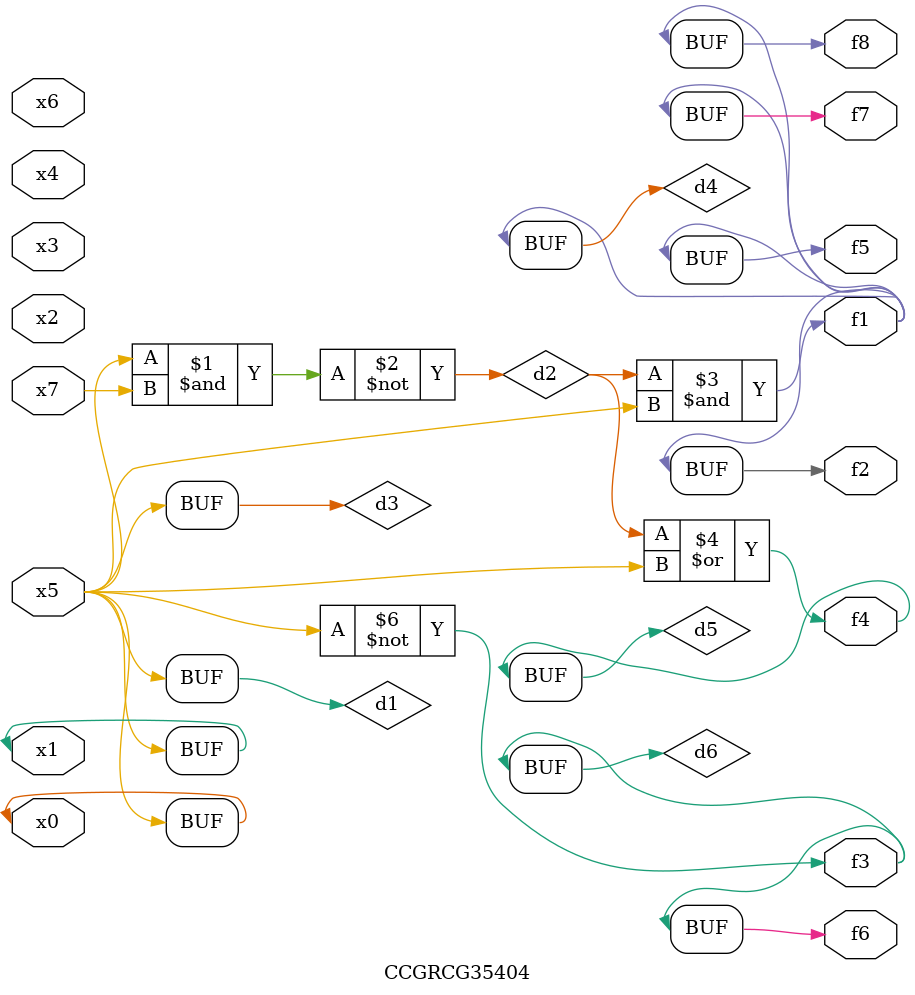
<source format=v>
module CCGRCG35404(
	input x0, x1, x2, x3, x4, x5, x6, x7,
	output f1, f2, f3, f4, f5, f6, f7, f8
);

	wire d1, d2, d3, d4, d5, d6;

	buf (d1, x0, x5);
	nand (d2, x5, x7);
	buf (d3, x0, x1);
	and (d4, d2, d3);
	or (d5, d2, d3);
	nor (d6, d1, d3);
	assign f1 = d4;
	assign f2 = d4;
	assign f3 = d6;
	assign f4 = d5;
	assign f5 = d4;
	assign f6 = d6;
	assign f7 = d4;
	assign f8 = d4;
endmodule

</source>
